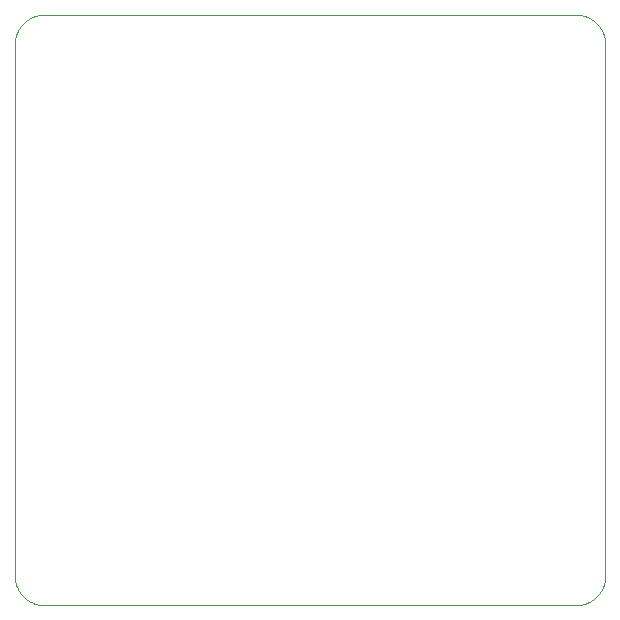
<source format=gbp>
G75*
%MOIN*%
%OFA0B0*%
%FSLAX25Y25*%
%IPPOS*%
%LPD*%
%AMOC8*
5,1,8,0,0,1.08239X$1,22.5*
%
%ADD10C,0.00000*%
D10*
X0015380Y0032555D02*
X0192545Y0032555D01*
X0192783Y0032558D01*
X0193021Y0032566D01*
X0193258Y0032581D01*
X0193495Y0032601D01*
X0193731Y0032627D01*
X0193967Y0032658D01*
X0194202Y0032695D01*
X0194436Y0032738D01*
X0194669Y0032787D01*
X0194901Y0032841D01*
X0195131Y0032901D01*
X0195360Y0032966D01*
X0195587Y0033037D01*
X0195812Y0033113D01*
X0196035Y0033195D01*
X0196257Y0033282D01*
X0196476Y0033374D01*
X0196693Y0033472D01*
X0196907Y0033574D01*
X0197119Y0033682D01*
X0197329Y0033796D01*
X0197535Y0033914D01*
X0197739Y0034037D01*
X0197939Y0034165D01*
X0198136Y0034297D01*
X0198331Y0034435D01*
X0198521Y0034577D01*
X0198709Y0034724D01*
X0198892Y0034875D01*
X0199072Y0035030D01*
X0199248Y0035190D01*
X0199420Y0035354D01*
X0199589Y0035523D01*
X0199753Y0035695D01*
X0199913Y0035871D01*
X0200068Y0036051D01*
X0200219Y0036234D01*
X0200366Y0036422D01*
X0200508Y0036612D01*
X0200646Y0036807D01*
X0200778Y0037004D01*
X0200906Y0037204D01*
X0201029Y0037408D01*
X0201147Y0037614D01*
X0201261Y0037824D01*
X0201369Y0038036D01*
X0201471Y0038250D01*
X0201569Y0038467D01*
X0201661Y0038686D01*
X0201748Y0038908D01*
X0201830Y0039131D01*
X0201906Y0039356D01*
X0201977Y0039583D01*
X0202042Y0039812D01*
X0202102Y0040042D01*
X0202156Y0040274D01*
X0202205Y0040507D01*
X0202248Y0040741D01*
X0202285Y0040976D01*
X0202316Y0041212D01*
X0202342Y0041448D01*
X0202362Y0041685D01*
X0202377Y0041922D01*
X0202385Y0042160D01*
X0202388Y0042398D01*
X0202387Y0042398D02*
X0202387Y0219563D01*
X0202388Y0219563D02*
X0202385Y0219801D01*
X0202377Y0220039D01*
X0202362Y0220276D01*
X0202342Y0220513D01*
X0202316Y0220749D01*
X0202285Y0220985D01*
X0202248Y0221220D01*
X0202205Y0221454D01*
X0202156Y0221687D01*
X0202102Y0221919D01*
X0202042Y0222149D01*
X0201977Y0222378D01*
X0201906Y0222605D01*
X0201830Y0222830D01*
X0201748Y0223053D01*
X0201661Y0223275D01*
X0201569Y0223494D01*
X0201471Y0223711D01*
X0201369Y0223925D01*
X0201261Y0224137D01*
X0201147Y0224347D01*
X0201029Y0224553D01*
X0200906Y0224757D01*
X0200778Y0224957D01*
X0200646Y0225154D01*
X0200508Y0225349D01*
X0200366Y0225539D01*
X0200219Y0225727D01*
X0200068Y0225910D01*
X0199913Y0226090D01*
X0199753Y0226266D01*
X0199589Y0226438D01*
X0199420Y0226607D01*
X0199248Y0226771D01*
X0199072Y0226931D01*
X0198892Y0227086D01*
X0198709Y0227237D01*
X0198521Y0227384D01*
X0198331Y0227526D01*
X0198136Y0227664D01*
X0197939Y0227796D01*
X0197739Y0227924D01*
X0197535Y0228047D01*
X0197329Y0228165D01*
X0197119Y0228279D01*
X0196907Y0228387D01*
X0196693Y0228489D01*
X0196476Y0228587D01*
X0196257Y0228679D01*
X0196035Y0228766D01*
X0195812Y0228848D01*
X0195587Y0228924D01*
X0195360Y0228995D01*
X0195131Y0229060D01*
X0194901Y0229120D01*
X0194669Y0229174D01*
X0194436Y0229223D01*
X0194202Y0229266D01*
X0193967Y0229303D01*
X0193731Y0229334D01*
X0193495Y0229360D01*
X0193258Y0229380D01*
X0193021Y0229395D01*
X0192783Y0229403D01*
X0192545Y0229406D01*
X0015380Y0229406D01*
X0015142Y0229403D01*
X0014904Y0229395D01*
X0014667Y0229380D01*
X0014430Y0229360D01*
X0014194Y0229334D01*
X0013958Y0229303D01*
X0013723Y0229266D01*
X0013489Y0229223D01*
X0013256Y0229174D01*
X0013024Y0229120D01*
X0012794Y0229060D01*
X0012565Y0228995D01*
X0012338Y0228924D01*
X0012113Y0228848D01*
X0011890Y0228766D01*
X0011668Y0228679D01*
X0011449Y0228587D01*
X0011232Y0228489D01*
X0011018Y0228387D01*
X0010806Y0228279D01*
X0010596Y0228165D01*
X0010390Y0228047D01*
X0010186Y0227924D01*
X0009986Y0227796D01*
X0009789Y0227664D01*
X0009594Y0227526D01*
X0009404Y0227384D01*
X0009216Y0227237D01*
X0009033Y0227086D01*
X0008853Y0226931D01*
X0008677Y0226771D01*
X0008505Y0226607D01*
X0008336Y0226438D01*
X0008172Y0226266D01*
X0008012Y0226090D01*
X0007857Y0225910D01*
X0007706Y0225727D01*
X0007559Y0225539D01*
X0007417Y0225349D01*
X0007279Y0225154D01*
X0007147Y0224957D01*
X0007019Y0224757D01*
X0006896Y0224553D01*
X0006778Y0224347D01*
X0006664Y0224137D01*
X0006556Y0223925D01*
X0006454Y0223711D01*
X0006356Y0223494D01*
X0006264Y0223275D01*
X0006177Y0223053D01*
X0006095Y0222830D01*
X0006019Y0222605D01*
X0005948Y0222378D01*
X0005883Y0222149D01*
X0005823Y0221919D01*
X0005769Y0221687D01*
X0005720Y0221454D01*
X0005677Y0221220D01*
X0005640Y0220985D01*
X0005609Y0220749D01*
X0005583Y0220513D01*
X0005563Y0220276D01*
X0005548Y0220039D01*
X0005540Y0219801D01*
X0005537Y0219563D01*
X0005537Y0042398D01*
X0005540Y0042160D01*
X0005548Y0041922D01*
X0005563Y0041685D01*
X0005583Y0041448D01*
X0005609Y0041212D01*
X0005640Y0040976D01*
X0005677Y0040741D01*
X0005720Y0040507D01*
X0005769Y0040274D01*
X0005823Y0040042D01*
X0005883Y0039812D01*
X0005948Y0039583D01*
X0006019Y0039356D01*
X0006095Y0039131D01*
X0006177Y0038908D01*
X0006264Y0038686D01*
X0006356Y0038467D01*
X0006454Y0038250D01*
X0006556Y0038036D01*
X0006664Y0037824D01*
X0006778Y0037614D01*
X0006896Y0037408D01*
X0007019Y0037204D01*
X0007147Y0037004D01*
X0007279Y0036807D01*
X0007417Y0036612D01*
X0007559Y0036422D01*
X0007706Y0036234D01*
X0007857Y0036051D01*
X0008012Y0035871D01*
X0008172Y0035695D01*
X0008336Y0035523D01*
X0008505Y0035354D01*
X0008677Y0035190D01*
X0008853Y0035030D01*
X0009033Y0034875D01*
X0009216Y0034724D01*
X0009404Y0034577D01*
X0009594Y0034435D01*
X0009789Y0034297D01*
X0009986Y0034165D01*
X0010186Y0034037D01*
X0010390Y0033914D01*
X0010596Y0033796D01*
X0010806Y0033682D01*
X0011018Y0033574D01*
X0011232Y0033472D01*
X0011449Y0033374D01*
X0011668Y0033282D01*
X0011890Y0033195D01*
X0012113Y0033113D01*
X0012338Y0033037D01*
X0012565Y0032966D01*
X0012794Y0032901D01*
X0013024Y0032841D01*
X0013256Y0032787D01*
X0013489Y0032738D01*
X0013723Y0032695D01*
X0013958Y0032658D01*
X0014194Y0032627D01*
X0014430Y0032601D01*
X0014667Y0032581D01*
X0014904Y0032566D01*
X0015142Y0032558D01*
X0015380Y0032555D01*
M02*

</source>
